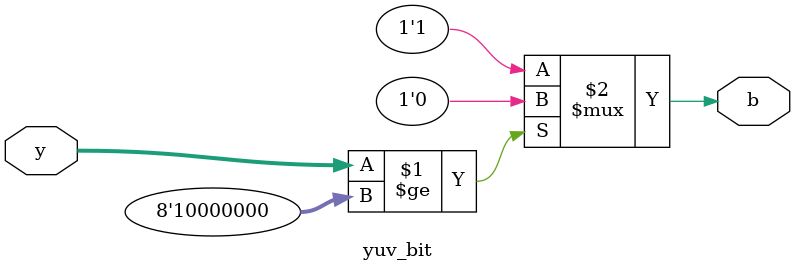
<source format=v>
module yuv_bit(
        input [7:0] y,
        output b
    );
    assign b=(y>=8'd128)? 1'b0:1'b1;
endmodule

</source>
